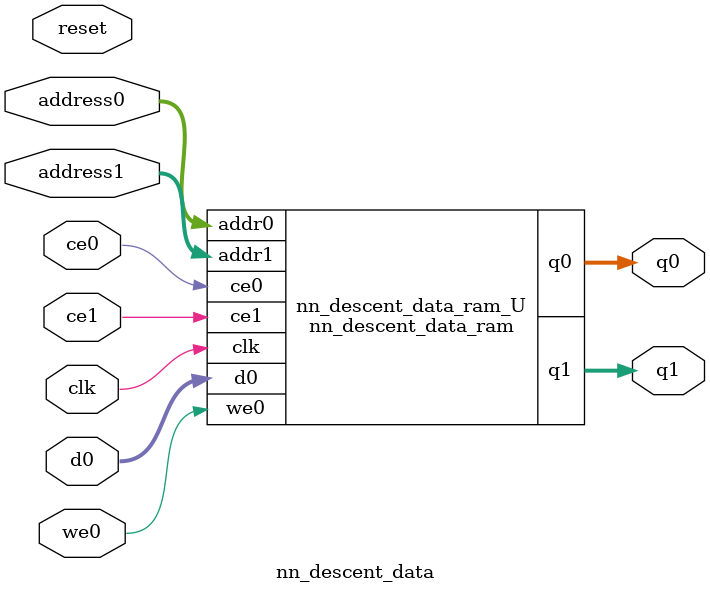
<source format=v>

`timescale 1 ns / 1 ps
module nn_descent_data_ram (addr0, ce0, d0, we0, q0, addr1, ce1, q1,  clk);

parameter DWIDTH = 32;
parameter AWIDTH = 9;
parameter MEM_SIZE = 300;

input[AWIDTH-1:0] addr0;
input ce0;
input[DWIDTH-1:0] d0;
input we0;
output reg[DWIDTH-1:0] q0;
input[AWIDTH-1:0] addr1;
input ce1;
output reg[DWIDTH-1:0] q1;
input clk;

(* ram_style = "block" *)reg [DWIDTH-1:0] ram[0:MEM_SIZE-1];




always @(posedge clk)  
begin 
    if (ce0) 
    begin
        if (we0) 
        begin 
            ram[addr0] <= d0; 
            q0 <= d0;
        end 
        else 
            q0 <= ram[addr0];
    end
end


always @(posedge clk)  
begin 
    if (ce1) 
    begin
            q1 <= ram[addr1];
    end
end


endmodule


`timescale 1 ns / 1 ps
module nn_descent_data(
    reset,
    clk,
    address0,
    ce0,
    we0,
    d0,
    q0,
    address1,
    ce1,
    q1);

parameter DataWidth = 32'd32;
parameter AddressRange = 32'd300;
parameter AddressWidth = 32'd9;
input reset;
input clk;
input[AddressWidth - 1:0] address0;
input ce0;
input we0;
input[DataWidth - 1:0] d0;
output[DataWidth - 1:0] q0;
input[AddressWidth - 1:0] address1;
input ce1;
output[DataWidth - 1:0] q1;



nn_descent_data_ram nn_descent_data_ram_U(
    .clk( clk ),
    .addr0( address0 ),
    .ce0( ce0 ),
    .d0( d0 ),
    .we0( we0 ),
    .q0( q0 ),
    .addr1( address1 ),
    .ce1( ce1 ),
    .q1( q1 ));

endmodule


</source>
